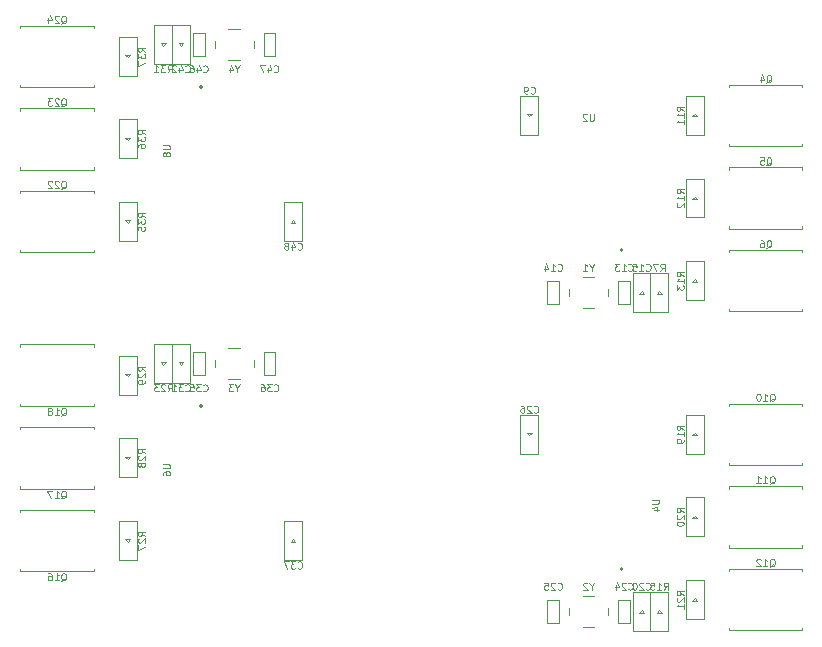
<source format=gbo>
G04 #@! TF.GenerationSoftware,KiCad,Pcbnew,(5.1.10-1-10_14)*
G04 #@! TF.CreationDate,2021-08-08T19:50:54+09:00*
G04 #@! TF.ProjectId,BldcDriver,426c6463-4472-4697-9665-722e6b696361,V4.0*
G04 #@! TF.SameCoordinates,Original*
G04 #@! TF.FileFunction,Legend,Bot*
G04 #@! TF.FilePolarity,Positive*
%FSLAX46Y46*%
G04 Gerber Fmt 4.6, Leading zero omitted, Abs format (unit mm)*
G04 Created by KiCad (PCBNEW (5.1.10-1-10_14)) date 2021-08-08 19:50:54*
%MOMM*%
%LPD*%
G01*
G04 APERTURE LIST*
%ADD10C,0.120000*%
%ADD11C,0.200000*%
%ADD12C,0.100000*%
G04 APERTURE END LIST*
D10*
X-15500000Y25300000D02*
X-14500000Y25300000D01*
X-13350000Y24300000D02*
X-13350000Y23700000D01*
X-14500000Y22700000D02*
X-15500000Y22700000D01*
X-16650000Y23700000D02*
X-16650000Y24300000D01*
X-15500000Y-1700000D02*
X-14500000Y-1700000D01*
X-13350000Y-2700000D02*
X-13350000Y-3300000D01*
X-14500000Y-4300000D02*
X-15500000Y-4300000D01*
X-16650000Y-3300000D02*
X-16650000Y-2700000D01*
X15500000Y-25300000D02*
X14500000Y-25300000D01*
X13350000Y-24300000D02*
X13350000Y-23700000D01*
X14500000Y-22700000D02*
X15500000Y-22700000D01*
X16650000Y-23700000D02*
X16650000Y-24300000D01*
D11*
X-17700000Y20400000D02*
G75*
G03*
X-17700000Y20400000I-100000J0D01*
G01*
X-17700000Y-6600000D02*
G75*
G03*
X-17700000Y-6600000I-100000J0D01*
G01*
X17900000Y-20400000D02*
G75*
G03*
X17900000Y-20400000I-100000J0D01*
G01*
D10*
X-24000000Y22900000D02*
X-23800000Y23100000D01*
X-24200000Y23100000D02*
X-24000000Y22900000D01*
X-23800000Y23100000D02*
X-24200000Y23100000D01*
X-24750000Y21350000D02*
X-24750000Y24650000D01*
X-23250000Y21350000D02*
X-23250000Y24650000D01*
X-23250000Y24650000D02*
X-24750000Y24650000D01*
X-23250000Y21350000D02*
X-24750000Y21350000D01*
X-24000000Y15900000D02*
X-23800000Y16100000D01*
X-24200000Y16100000D02*
X-24000000Y15900000D01*
X-23800000Y16100000D02*
X-24200000Y16100000D01*
X-24750000Y14350000D02*
X-24750000Y17650000D01*
X-23250000Y14350000D02*
X-23250000Y17650000D01*
X-23250000Y17650000D02*
X-24750000Y17650000D01*
X-23250000Y14350000D02*
X-24750000Y14350000D01*
X-24000000Y8900000D02*
X-23800000Y9100000D01*
X-24200000Y9100000D02*
X-24000000Y8900000D01*
X-23800000Y9100000D02*
X-24200000Y9100000D01*
X-24750000Y7350000D02*
X-24750000Y10650000D01*
X-23250000Y7350000D02*
X-23250000Y10650000D01*
X-23250000Y10650000D02*
X-24750000Y10650000D01*
X-23250000Y7350000D02*
X-24750000Y7350000D01*
X-21000000Y23900000D02*
X-20800000Y24100000D01*
X-21200000Y24100000D02*
X-21000000Y23900000D01*
X-20800000Y24100000D02*
X-21200000Y24100000D01*
X-21750000Y22350000D02*
X-21750000Y25650000D01*
X-20250000Y22350000D02*
X-20250000Y25650000D01*
X-20250000Y25650000D02*
X-21750000Y25650000D01*
X-20250000Y22350000D02*
X-21750000Y22350000D01*
X-24000000Y-4100000D02*
X-23800000Y-3900000D01*
X-24200000Y-3900000D02*
X-24000000Y-4100000D01*
X-23800000Y-3900000D02*
X-24200000Y-3900000D01*
X-24750000Y-5650000D02*
X-24750000Y-2350000D01*
X-23250000Y-5650000D02*
X-23250000Y-2350000D01*
X-23250000Y-2350000D02*
X-24750000Y-2350000D01*
X-23250000Y-5650000D02*
X-24750000Y-5650000D01*
X-24000000Y-11100000D02*
X-23800000Y-10900000D01*
X-24200000Y-10900000D02*
X-24000000Y-11100000D01*
X-23800000Y-10900000D02*
X-24200000Y-10900000D01*
X-24750000Y-12650000D02*
X-24750000Y-9350000D01*
X-23250000Y-12650000D02*
X-23250000Y-9350000D01*
X-23250000Y-9350000D02*
X-24750000Y-9350000D01*
X-23250000Y-12650000D02*
X-24750000Y-12650000D01*
X-24000000Y-18100000D02*
X-23800000Y-17900000D01*
X-24200000Y-17900000D02*
X-24000000Y-18100000D01*
X-23800000Y-17900000D02*
X-24200000Y-17900000D01*
X-24750000Y-19650000D02*
X-24750000Y-16350000D01*
X-23250000Y-19650000D02*
X-23250000Y-16350000D01*
X-23250000Y-16350000D02*
X-24750000Y-16350000D01*
X-23250000Y-19650000D02*
X-24750000Y-19650000D01*
X-21000000Y-3100000D02*
X-20800000Y-2900000D01*
X-21200000Y-2900000D02*
X-21000000Y-3100000D01*
X-20800000Y-2900000D02*
X-21200000Y-2900000D01*
X-21750000Y-4650000D02*
X-21750000Y-1350000D01*
X-20250000Y-4650000D02*
X-20250000Y-1350000D01*
X-20250000Y-1350000D02*
X-21750000Y-1350000D01*
X-20250000Y-4650000D02*
X-21750000Y-4650000D01*
X24000000Y-22900000D02*
X23800000Y-23100000D01*
X24200000Y-23100000D02*
X24000000Y-22900000D01*
X23800000Y-23100000D02*
X24200000Y-23100000D01*
X24750000Y-21350000D02*
X24750000Y-24650000D01*
X23250000Y-21350000D02*
X23250000Y-24650000D01*
X23250000Y-24650000D02*
X24750000Y-24650000D01*
X23250000Y-21350000D02*
X24750000Y-21350000D01*
X24000000Y-15900000D02*
X23800000Y-16100000D01*
X24200000Y-16100000D02*
X24000000Y-15900000D01*
X23800000Y-16100000D02*
X24200000Y-16100000D01*
X24750000Y-14350000D02*
X24750000Y-17650000D01*
X23250000Y-14350000D02*
X23250000Y-17650000D01*
X23250000Y-17650000D02*
X24750000Y-17650000D01*
X23250000Y-14350000D02*
X24750000Y-14350000D01*
X24000000Y-8900000D02*
X23800000Y-9100000D01*
X24200000Y-9100000D02*
X24000000Y-8900000D01*
X23800000Y-9100000D02*
X24200000Y-9100000D01*
X24750000Y-7350000D02*
X24750000Y-10650000D01*
X23250000Y-7350000D02*
X23250000Y-10650000D01*
X23250000Y-10650000D02*
X24750000Y-10650000D01*
X23250000Y-7350000D02*
X24750000Y-7350000D01*
X21000000Y-23900000D02*
X20800000Y-24100000D01*
X21200000Y-24100000D02*
X21000000Y-23900000D01*
X20800000Y-24100000D02*
X21200000Y-24100000D01*
X21750000Y-22350000D02*
X21750000Y-25650000D01*
X20250000Y-22350000D02*
X20250000Y-25650000D01*
X20250000Y-25650000D02*
X21750000Y-25650000D01*
X20250000Y-22350000D02*
X21750000Y-22350000D01*
X-33100000Y25600000D02*
X-26900000Y25600000D01*
X-33100000Y20400000D02*
X-26900000Y20400000D01*
X-26900000Y25600000D02*
X-26900000Y25400000D01*
X-33100000Y25600000D02*
X-33100000Y25400000D01*
X-26900000Y20400000D02*
X-26900000Y20600000D01*
X-33100000Y20400000D02*
X-33100000Y20600000D01*
X-33100000Y18600000D02*
X-26900000Y18600000D01*
X-33100000Y13400000D02*
X-26900000Y13400000D01*
X-26900000Y18600000D02*
X-26900000Y18400000D01*
X-33100000Y18600000D02*
X-33100000Y18400000D01*
X-26900000Y13400000D02*
X-26900000Y13600000D01*
X-33100000Y13400000D02*
X-33100000Y13600000D01*
X-33100000Y11600000D02*
X-26900000Y11600000D01*
X-33100000Y6400000D02*
X-26900000Y6400000D01*
X-26900000Y11600000D02*
X-26900000Y11400000D01*
X-33100000Y11600000D02*
X-33100000Y11400000D01*
X-26900000Y6400000D02*
X-26900000Y6600000D01*
X-33100000Y6400000D02*
X-33100000Y6600000D01*
X-33100000Y-1400000D02*
X-26900000Y-1400000D01*
X-33100000Y-6600000D02*
X-26900000Y-6600000D01*
X-26900000Y-1400000D02*
X-26900000Y-1600000D01*
X-33100000Y-1400000D02*
X-33100000Y-1600000D01*
X-26900000Y-6600000D02*
X-26900000Y-6400000D01*
X-33100000Y-6600000D02*
X-33100000Y-6400000D01*
X-33100000Y-8400000D02*
X-26900000Y-8400000D01*
X-33100000Y-13600000D02*
X-26900000Y-13600000D01*
X-26900000Y-8400000D02*
X-26900000Y-8600000D01*
X-33100000Y-8400000D02*
X-33100000Y-8600000D01*
X-26900000Y-13600000D02*
X-26900000Y-13400000D01*
X-33100000Y-13600000D02*
X-33100000Y-13400000D01*
X-33100000Y-15400000D02*
X-26900000Y-15400000D01*
X-33100000Y-20600000D02*
X-26900000Y-20600000D01*
X-26900000Y-15400000D02*
X-26900000Y-15600000D01*
X-33100000Y-15400000D02*
X-33100000Y-15600000D01*
X-26900000Y-20600000D02*
X-26900000Y-20400000D01*
X-33100000Y-20600000D02*
X-33100000Y-20400000D01*
X33100000Y-25600000D02*
X26900000Y-25600000D01*
X33100000Y-20400000D02*
X26900000Y-20400000D01*
X26900000Y-25600000D02*
X26900000Y-25400000D01*
X33100000Y-25600000D02*
X33100000Y-25400000D01*
X26900000Y-20400000D02*
X26900000Y-20600000D01*
X33100000Y-20400000D02*
X33100000Y-20600000D01*
X33100000Y-18600000D02*
X26900000Y-18600000D01*
X33100000Y-13400000D02*
X26900000Y-13400000D01*
X26900000Y-18600000D02*
X26900000Y-18400000D01*
X33100000Y-18600000D02*
X33100000Y-18400000D01*
X26900000Y-13400000D02*
X26900000Y-13600000D01*
X33100000Y-13400000D02*
X33100000Y-13600000D01*
X33100000Y-11600000D02*
X26900000Y-11600000D01*
X33100000Y-6400000D02*
X26900000Y-6400000D01*
X26900000Y-11600000D02*
X26900000Y-11400000D01*
X33100000Y-11600000D02*
X33100000Y-11400000D01*
X26900000Y-6400000D02*
X26900000Y-6600000D01*
X33100000Y-6400000D02*
X33100000Y-6600000D01*
X-10000000Y9100000D02*
X-10200000Y8900000D01*
X-9800000Y8900000D02*
X-10000000Y9100000D01*
X-10200000Y8900000D02*
X-9800000Y8900000D01*
X-9250000Y10650000D02*
X-9250000Y7350000D01*
X-10750000Y10650000D02*
X-10750000Y7350000D01*
X-10750000Y7350000D02*
X-9250000Y7350000D01*
X-10750000Y10650000D02*
X-9250000Y10650000D01*
X-12500000Y25000000D02*
X-11500000Y25000000D01*
X-12500000Y23000000D02*
X-11500000Y23000000D01*
X-12500000Y23000000D02*
X-12500000Y25000000D01*
X-11500000Y23000000D02*
X-11500000Y25000000D01*
X-18500000Y25000000D02*
X-17500000Y25000000D01*
X-18500000Y23000000D02*
X-17500000Y23000000D01*
X-18500000Y23000000D02*
X-18500000Y25000000D01*
X-17500000Y23000000D02*
X-17500000Y25000000D01*
X-19500000Y23900000D02*
X-19300000Y24100000D01*
X-19700000Y24100000D02*
X-19500000Y23900000D01*
X-19300000Y24100000D02*
X-19700000Y24100000D01*
X-20250000Y22350000D02*
X-20250000Y25650000D01*
X-18750000Y22350000D02*
X-18750000Y25650000D01*
X-18750000Y25650000D02*
X-20250000Y25650000D01*
X-18750000Y22350000D02*
X-20250000Y22350000D01*
X-10000000Y-17900000D02*
X-10200000Y-18100000D01*
X-9800000Y-18100000D02*
X-10000000Y-17900000D01*
X-10200000Y-18100000D02*
X-9800000Y-18100000D01*
X-9250000Y-16350000D02*
X-9250000Y-19650000D01*
X-10750000Y-16350000D02*
X-10750000Y-19650000D01*
X-10750000Y-19650000D02*
X-9250000Y-19650000D01*
X-10750000Y-16350000D02*
X-9250000Y-16350000D01*
X-12500000Y-2000000D02*
X-11500000Y-2000000D01*
X-12500000Y-4000000D02*
X-11500000Y-4000000D01*
X-12500000Y-4000000D02*
X-12500000Y-2000000D01*
X-11500000Y-4000000D02*
X-11500000Y-2000000D01*
X-18500000Y-2000000D02*
X-17500000Y-2000000D01*
X-18500000Y-4000000D02*
X-17500000Y-4000000D01*
X-18500000Y-4000000D02*
X-18500000Y-2000000D01*
X-17500000Y-4000000D02*
X-17500000Y-2000000D01*
X-19500000Y-3100000D02*
X-19300000Y-2900000D01*
X-19700000Y-2900000D02*
X-19500000Y-3100000D01*
X-19300000Y-2900000D02*
X-19700000Y-2900000D01*
X-20250000Y-4650000D02*
X-20250000Y-1350000D01*
X-18750000Y-4650000D02*
X-18750000Y-1350000D01*
X-18750000Y-1350000D02*
X-20250000Y-1350000D01*
X-18750000Y-4650000D02*
X-20250000Y-4650000D01*
X10000000Y-9100000D02*
X10200000Y-8900000D01*
X9800000Y-8900000D02*
X10000000Y-9100000D01*
X10200000Y-8900000D02*
X9800000Y-8900000D01*
X9250000Y-10650000D02*
X9250000Y-7350000D01*
X10750000Y-10650000D02*
X10750000Y-7350000D01*
X10750000Y-7350000D02*
X9250000Y-7350000D01*
X10750000Y-10650000D02*
X9250000Y-10650000D01*
X12500000Y-25000000D02*
X11500000Y-25000000D01*
X12500000Y-23000000D02*
X11500000Y-23000000D01*
X12500000Y-23000000D02*
X12500000Y-25000000D01*
X11500000Y-23000000D02*
X11500000Y-25000000D01*
X18500000Y-25000000D02*
X17500000Y-25000000D01*
X18500000Y-23000000D02*
X17500000Y-23000000D01*
X18500000Y-23000000D02*
X18500000Y-25000000D01*
X17500000Y-23000000D02*
X17500000Y-25000000D01*
X19500000Y-23900000D02*
X19300000Y-24100000D01*
X19700000Y-24100000D02*
X19500000Y-23900000D01*
X19300000Y-24100000D02*
X19700000Y-24100000D01*
X20250000Y-22350000D02*
X20250000Y-25650000D01*
X18750000Y-22350000D02*
X18750000Y-25650000D01*
X18750000Y-25650000D02*
X20250000Y-25650000D01*
X18750000Y-22350000D02*
X20250000Y-22350000D01*
X10000000Y17900000D02*
X10200000Y18100000D01*
X9800000Y18100000D02*
X10000000Y17900000D01*
X10200000Y18100000D02*
X9800000Y18100000D01*
X9250000Y16350000D02*
X9250000Y19650000D01*
X10750000Y16350000D02*
X10750000Y19650000D01*
X10750000Y19650000D02*
X9250000Y19650000D01*
X10750000Y16350000D02*
X9250000Y16350000D01*
X15500000Y1700000D02*
X14500000Y1700000D01*
X13350000Y2700000D02*
X13350000Y3300000D01*
X14500000Y4300000D02*
X15500000Y4300000D01*
X16650000Y3300000D02*
X16650000Y2700000D01*
D11*
X17900000Y6600000D02*
G75*
G03*
X17900000Y6600000I-100000J0D01*
G01*
D10*
X24000000Y4100000D02*
X23800000Y3900000D01*
X24200000Y3900000D02*
X24000000Y4100000D01*
X23800000Y3900000D02*
X24200000Y3900000D01*
X24750000Y5650000D02*
X24750000Y2350000D01*
X23250000Y5650000D02*
X23250000Y2350000D01*
X23250000Y2350000D02*
X24750000Y2350000D01*
X23250000Y5650000D02*
X24750000Y5650000D01*
X24000000Y11100000D02*
X23800000Y10900000D01*
X24200000Y10900000D02*
X24000000Y11100000D01*
X23800000Y10900000D02*
X24200000Y10900000D01*
X24750000Y12650000D02*
X24750000Y9350000D01*
X23250000Y12650000D02*
X23250000Y9350000D01*
X23250000Y9350000D02*
X24750000Y9350000D01*
X23250000Y12650000D02*
X24750000Y12650000D01*
X24000000Y18100000D02*
X23800000Y17900000D01*
X24200000Y17900000D02*
X24000000Y18100000D01*
X23800000Y17900000D02*
X24200000Y17900000D01*
X24750000Y19650000D02*
X24750000Y16350000D01*
X23250000Y19650000D02*
X23250000Y16350000D01*
X23250000Y16350000D02*
X24750000Y16350000D01*
X23250000Y19650000D02*
X24750000Y19650000D01*
X21000000Y3100000D02*
X20800000Y2900000D01*
X21200000Y2900000D02*
X21000000Y3100000D01*
X20800000Y2900000D02*
X21200000Y2900000D01*
X21750000Y4650000D02*
X21750000Y1350000D01*
X20250000Y4650000D02*
X20250000Y1350000D01*
X20250000Y1350000D02*
X21750000Y1350000D01*
X20250000Y4650000D02*
X21750000Y4650000D01*
X33100000Y1400000D02*
X26900000Y1400000D01*
X33100000Y6600000D02*
X26900000Y6600000D01*
X26900000Y1400000D02*
X26900000Y1600000D01*
X33100000Y1400000D02*
X33100000Y1600000D01*
X26900000Y6600000D02*
X26900000Y6400000D01*
X33100000Y6600000D02*
X33100000Y6400000D01*
X33100000Y8400000D02*
X26900000Y8400000D01*
X33100000Y13600000D02*
X26900000Y13600000D01*
X26900000Y8400000D02*
X26900000Y8600000D01*
X33100000Y8400000D02*
X33100000Y8600000D01*
X26900000Y13600000D02*
X26900000Y13400000D01*
X33100000Y13600000D02*
X33100000Y13400000D01*
X33100000Y15400000D02*
X26900000Y15400000D01*
X33100000Y20600000D02*
X26900000Y20600000D01*
X26900000Y15400000D02*
X26900000Y15600000D01*
X33100000Y15400000D02*
X33100000Y15600000D01*
X26900000Y20600000D02*
X26900000Y20400000D01*
X33100000Y20600000D02*
X33100000Y20400000D01*
X19500000Y3100000D02*
X19300000Y2900000D01*
X19700000Y2900000D02*
X19500000Y3100000D01*
X19300000Y2900000D02*
X19700000Y2900000D01*
X20250000Y4650000D02*
X20250000Y1350000D01*
X18750000Y4650000D02*
X18750000Y1350000D01*
X18750000Y1350000D02*
X20250000Y1350000D01*
X18750000Y4650000D02*
X20250000Y4650000D01*
X12500000Y2000000D02*
X11500000Y2000000D01*
X12500000Y4000000D02*
X11500000Y4000000D01*
X12500000Y4000000D02*
X12500000Y2000000D01*
X11500000Y4000000D02*
X11500000Y2000000D01*
X18500000Y2000000D02*
X17500000Y2000000D01*
X18500000Y4000000D02*
X17500000Y4000000D01*
X18500000Y4000000D02*
X18500000Y2000000D01*
X17500000Y4000000D02*
X17500000Y2000000D01*
D12*
X-14714285Y21914285D02*
X-14714285Y21628571D01*
X-14514285Y22228571D02*
X-14714285Y21914285D01*
X-14914285Y22228571D01*
X-15371428Y22028571D02*
X-15371428Y21628571D01*
X-15228571Y22257142D02*
X-15085714Y21828571D01*
X-15457142Y21828571D01*
X-14714285Y-5085714D02*
X-14714285Y-5371428D01*
X-14514285Y-4771428D02*
X-14714285Y-5085714D01*
X-14914285Y-4771428D01*
X-15057142Y-4771428D02*
X-15428571Y-4771428D01*
X-15228571Y-5000000D01*
X-15314285Y-5000000D01*
X-15371428Y-5028571D01*
X-15400000Y-5057142D01*
X-15428571Y-5114285D01*
X-15428571Y-5257142D01*
X-15400000Y-5314285D01*
X-15371428Y-5342857D01*
X-15314285Y-5371428D01*
X-15142857Y-5371428D01*
X-15085714Y-5342857D01*
X-15057142Y-5314285D01*
X15285714Y-21885714D02*
X15285714Y-22171428D01*
X15485714Y-21571428D02*
X15285714Y-21885714D01*
X15085714Y-21571428D01*
X14914285Y-21628571D02*
X14885714Y-21600000D01*
X14828571Y-21571428D01*
X14685714Y-21571428D01*
X14628571Y-21600000D01*
X14600000Y-21628571D01*
X14571428Y-21685714D01*
X14571428Y-21742857D01*
X14600000Y-21828571D01*
X14942857Y-22171428D01*
X14571428Y-22171428D01*
X-21028571Y15457142D02*
X-20542857Y15457142D01*
X-20485714Y15428571D01*
X-20457142Y15400000D01*
X-20428571Y15342857D01*
X-20428571Y15228571D01*
X-20457142Y15171428D01*
X-20485714Y15142857D01*
X-20542857Y15114285D01*
X-21028571Y15114285D01*
X-20771428Y14742857D02*
X-20800000Y14800000D01*
X-20828571Y14828571D01*
X-20885714Y14857142D01*
X-20914285Y14857142D01*
X-20971428Y14828571D01*
X-21000000Y14800000D01*
X-21028571Y14742857D01*
X-21028571Y14628571D01*
X-21000000Y14571428D01*
X-20971428Y14542857D01*
X-20914285Y14514285D01*
X-20885714Y14514285D01*
X-20828571Y14542857D01*
X-20800000Y14571428D01*
X-20771428Y14628571D01*
X-20771428Y14742857D01*
X-20742857Y14800000D01*
X-20714285Y14828571D01*
X-20657142Y14857142D01*
X-20542857Y14857142D01*
X-20485714Y14828571D01*
X-20457142Y14800000D01*
X-20428571Y14742857D01*
X-20428571Y14628571D01*
X-20457142Y14571428D01*
X-20485714Y14542857D01*
X-20542857Y14514285D01*
X-20657142Y14514285D01*
X-20714285Y14542857D01*
X-20742857Y14571428D01*
X-20771428Y14628571D01*
X-21028571Y-11542857D02*
X-20542857Y-11542857D01*
X-20485714Y-11571428D01*
X-20457142Y-11600000D01*
X-20428571Y-11657142D01*
X-20428571Y-11771428D01*
X-20457142Y-11828571D01*
X-20485714Y-11857142D01*
X-20542857Y-11885714D01*
X-21028571Y-11885714D01*
X-21028571Y-12428571D02*
X-21028571Y-12314285D01*
X-21000000Y-12257142D01*
X-20971428Y-12228571D01*
X-20885714Y-12171428D01*
X-20771428Y-12142857D01*
X-20542857Y-12142857D01*
X-20485714Y-12171428D01*
X-20457142Y-12200000D01*
X-20428571Y-12257142D01*
X-20428571Y-12371428D01*
X-20457142Y-12428571D01*
X-20485714Y-12457142D01*
X-20542857Y-12485714D01*
X-20685714Y-12485714D01*
X-20742857Y-12457142D01*
X-20771428Y-12428571D01*
X-20800000Y-12371428D01*
X-20800000Y-12257142D01*
X-20771428Y-12200000D01*
X-20742857Y-12171428D01*
X-20685714Y-12142857D01*
X20371428Y-14542857D02*
X20857142Y-14542857D01*
X20914285Y-14571428D01*
X20942857Y-14600000D01*
X20971428Y-14657142D01*
X20971428Y-14771428D01*
X20942857Y-14828571D01*
X20914285Y-14857142D01*
X20857142Y-14885714D01*
X20371428Y-14885714D01*
X20571428Y-15428571D02*
X20971428Y-15428571D01*
X20342857Y-15285714D02*
X20771428Y-15142857D01*
X20771428Y-15514285D01*
X-22528571Y23385714D02*
X-22814285Y23585714D01*
X-22528571Y23728571D02*
X-23128571Y23728571D01*
X-23128571Y23500000D01*
X-23100000Y23442857D01*
X-23071428Y23414285D01*
X-23014285Y23385714D01*
X-22928571Y23385714D01*
X-22871428Y23414285D01*
X-22842857Y23442857D01*
X-22814285Y23500000D01*
X-22814285Y23728571D01*
X-23128571Y23185714D02*
X-23128571Y22814285D01*
X-22900000Y23014285D01*
X-22900000Y22928571D01*
X-22871428Y22871428D01*
X-22842857Y22842857D01*
X-22785714Y22814285D01*
X-22642857Y22814285D01*
X-22585714Y22842857D01*
X-22557142Y22871428D01*
X-22528571Y22928571D01*
X-22528571Y23100000D01*
X-22557142Y23157142D01*
X-22585714Y23185714D01*
X-23128571Y22614285D02*
X-23128571Y22214285D01*
X-22528571Y22471428D01*
X-22528571Y16385714D02*
X-22814285Y16585714D01*
X-22528571Y16728571D02*
X-23128571Y16728571D01*
X-23128571Y16500000D01*
X-23100000Y16442857D01*
X-23071428Y16414285D01*
X-23014285Y16385714D01*
X-22928571Y16385714D01*
X-22871428Y16414285D01*
X-22842857Y16442857D01*
X-22814285Y16500000D01*
X-22814285Y16728571D01*
X-23128571Y16185714D02*
X-23128571Y15814285D01*
X-22900000Y16014285D01*
X-22900000Y15928571D01*
X-22871428Y15871428D01*
X-22842857Y15842857D01*
X-22785714Y15814285D01*
X-22642857Y15814285D01*
X-22585714Y15842857D01*
X-22557142Y15871428D01*
X-22528571Y15928571D01*
X-22528571Y16100000D01*
X-22557142Y16157142D01*
X-22585714Y16185714D01*
X-23128571Y15300000D02*
X-23128571Y15414285D01*
X-23100000Y15471428D01*
X-23071428Y15500000D01*
X-22985714Y15557142D01*
X-22871428Y15585714D01*
X-22642857Y15585714D01*
X-22585714Y15557142D01*
X-22557142Y15528571D01*
X-22528571Y15471428D01*
X-22528571Y15357142D01*
X-22557142Y15300000D01*
X-22585714Y15271428D01*
X-22642857Y15242857D01*
X-22785714Y15242857D01*
X-22842857Y15271428D01*
X-22871428Y15300000D01*
X-22900000Y15357142D01*
X-22900000Y15471428D01*
X-22871428Y15528571D01*
X-22842857Y15557142D01*
X-22785714Y15585714D01*
X-22528571Y9385714D02*
X-22814285Y9585714D01*
X-22528571Y9728571D02*
X-23128571Y9728571D01*
X-23128571Y9500000D01*
X-23100000Y9442857D01*
X-23071428Y9414285D01*
X-23014285Y9385714D01*
X-22928571Y9385714D01*
X-22871428Y9414285D01*
X-22842857Y9442857D01*
X-22814285Y9500000D01*
X-22814285Y9728571D01*
X-23128571Y9185714D02*
X-23128571Y8814285D01*
X-22900000Y9014285D01*
X-22900000Y8928571D01*
X-22871428Y8871428D01*
X-22842857Y8842857D01*
X-22785714Y8814285D01*
X-22642857Y8814285D01*
X-22585714Y8842857D01*
X-22557142Y8871428D01*
X-22528571Y8928571D01*
X-22528571Y9100000D01*
X-22557142Y9157142D01*
X-22585714Y9185714D01*
X-23128571Y8271428D02*
X-23128571Y8557142D01*
X-22842857Y8585714D01*
X-22871428Y8557142D01*
X-22900000Y8500000D01*
X-22900000Y8357142D01*
X-22871428Y8300000D01*
X-22842857Y8271428D01*
X-22785714Y8242857D01*
X-22642857Y8242857D01*
X-22585714Y8271428D01*
X-22557142Y8300000D01*
X-22528571Y8357142D01*
X-22528571Y8500000D01*
X-22557142Y8557142D01*
X-22585714Y8585714D01*
X-20614285Y21628571D02*
X-20414285Y21914285D01*
X-20271428Y21628571D02*
X-20271428Y22228571D01*
X-20500000Y22228571D01*
X-20557142Y22200000D01*
X-20585714Y22171428D01*
X-20614285Y22114285D01*
X-20614285Y22028571D01*
X-20585714Y21971428D01*
X-20557142Y21942857D01*
X-20500000Y21914285D01*
X-20271428Y21914285D01*
X-20814285Y22228571D02*
X-21185714Y22228571D01*
X-20985714Y22000000D01*
X-21071428Y22000000D01*
X-21128571Y21971428D01*
X-21157142Y21942857D01*
X-21185714Y21885714D01*
X-21185714Y21742857D01*
X-21157142Y21685714D01*
X-21128571Y21657142D01*
X-21071428Y21628571D01*
X-20900000Y21628571D01*
X-20842857Y21657142D01*
X-20814285Y21685714D01*
X-21757142Y21628571D02*
X-21414285Y21628571D01*
X-21585714Y21628571D02*
X-21585714Y22228571D01*
X-21528571Y22142857D01*
X-21471428Y22085714D01*
X-21414285Y22057142D01*
X-22528571Y-3614285D02*
X-22814285Y-3414285D01*
X-22528571Y-3271428D02*
X-23128571Y-3271428D01*
X-23128571Y-3500000D01*
X-23100000Y-3557142D01*
X-23071428Y-3585714D01*
X-23014285Y-3614285D01*
X-22928571Y-3614285D01*
X-22871428Y-3585714D01*
X-22842857Y-3557142D01*
X-22814285Y-3500000D01*
X-22814285Y-3271428D01*
X-23071428Y-3842857D02*
X-23100000Y-3871428D01*
X-23128571Y-3928571D01*
X-23128571Y-4071428D01*
X-23100000Y-4128571D01*
X-23071428Y-4157142D01*
X-23014285Y-4185714D01*
X-22957142Y-4185714D01*
X-22871428Y-4157142D01*
X-22528571Y-3814285D01*
X-22528571Y-4185714D01*
X-22528571Y-4471428D02*
X-22528571Y-4585714D01*
X-22557142Y-4642857D01*
X-22585714Y-4671428D01*
X-22671428Y-4728571D01*
X-22785714Y-4757142D01*
X-23014285Y-4757142D01*
X-23071428Y-4728571D01*
X-23100000Y-4700000D01*
X-23128571Y-4642857D01*
X-23128571Y-4528571D01*
X-23100000Y-4471428D01*
X-23071428Y-4442857D01*
X-23014285Y-4414285D01*
X-22871428Y-4414285D01*
X-22814285Y-4442857D01*
X-22785714Y-4471428D01*
X-22757142Y-4528571D01*
X-22757142Y-4642857D01*
X-22785714Y-4700000D01*
X-22814285Y-4728571D01*
X-22871428Y-4757142D01*
X-22528571Y-10614285D02*
X-22814285Y-10414285D01*
X-22528571Y-10271428D02*
X-23128571Y-10271428D01*
X-23128571Y-10500000D01*
X-23100000Y-10557142D01*
X-23071428Y-10585714D01*
X-23014285Y-10614285D01*
X-22928571Y-10614285D01*
X-22871428Y-10585714D01*
X-22842857Y-10557142D01*
X-22814285Y-10500000D01*
X-22814285Y-10271428D01*
X-23071428Y-10842857D02*
X-23100000Y-10871428D01*
X-23128571Y-10928571D01*
X-23128571Y-11071428D01*
X-23100000Y-11128571D01*
X-23071428Y-11157142D01*
X-23014285Y-11185714D01*
X-22957142Y-11185714D01*
X-22871428Y-11157142D01*
X-22528571Y-10814285D01*
X-22528571Y-11185714D01*
X-22871428Y-11528571D02*
X-22900000Y-11471428D01*
X-22928571Y-11442857D01*
X-22985714Y-11414285D01*
X-23014285Y-11414285D01*
X-23071428Y-11442857D01*
X-23100000Y-11471428D01*
X-23128571Y-11528571D01*
X-23128571Y-11642857D01*
X-23100000Y-11700000D01*
X-23071428Y-11728571D01*
X-23014285Y-11757142D01*
X-22985714Y-11757142D01*
X-22928571Y-11728571D01*
X-22900000Y-11700000D01*
X-22871428Y-11642857D01*
X-22871428Y-11528571D01*
X-22842857Y-11471428D01*
X-22814285Y-11442857D01*
X-22757142Y-11414285D01*
X-22642857Y-11414285D01*
X-22585714Y-11442857D01*
X-22557142Y-11471428D01*
X-22528571Y-11528571D01*
X-22528571Y-11642857D01*
X-22557142Y-11700000D01*
X-22585714Y-11728571D01*
X-22642857Y-11757142D01*
X-22757142Y-11757142D01*
X-22814285Y-11728571D01*
X-22842857Y-11700000D01*
X-22871428Y-11642857D01*
X-22528571Y-17614285D02*
X-22814285Y-17414285D01*
X-22528571Y-17271428D02*
X-23128571Y-17271428D01*
X-23128571Y-17500000D01*
X-23100000Y-17557142D01*
X-23071428Y-17585714D01*
X-23014285Y-17614285D01*
X-22928571Y-17614285D01*
X-22871428Y-17585714D01*
X-22842857Y-17557142D01*
X-22814285Y-17500000D01*
X-22814285Y-17271428D01*
X-23071428Y-17842857D02*
X-23100000Y-17871428D01*
X-23128571Y-17928571D01*
X-23128571Y-18071428D01*
X-23100000Y-18128571D01*
X-23071428Y-18157142D01*
X-23014285Y-18185714D01*
X-22957142Y-18185714D01*
X-22871428Y-18157142D01*
X-22528571Y-17814285D01*
X-22528571Y-18185714D01*
X-23128571Y-18385714D02*
X-23128571Y-18785714D01*
X-22528571Y-18528571D01*
X-20614285Y-5371428D02*
X-20414285Y-5085714D01*
X-20271428Y-5371428D02*
X-20271428Y-4771428D01*
X-20500000Y-4771428D01*
X-20557142Y-4800000D01*
X-20585714Y-4828571D01*
X-20614285Y-4885714D01*
X-20614285Y-4971428D01*
X-20585714Y-5028571D01*
X-20557142Y-5057142D01*
X-20500000Y-5085714D01*
X-20271428Y-5085714D01*
X-20842857Y-4828571D02*
X-20871428Y-4800000D01*
X-20928571Y-4771428D01*
X-21071428Y-4771428D01*
X-21128571Y-4800000D01*
X-21157142Y-4828571D01*
X-21185714Y-4885714D01*
X-21185714Y-4942857D01*
X-21157142Y-5028571D01*
X-20814285Y-5371428D01*
X-21185714Y-5371428D01*
X-21385714Y-4771428D02*
X-21757142Y-4771428D01*
X-21557142Y-5000000D01*
X-21642857Y-5000000D01*
X-21700000Y-5028571D01*
X-21728571Y-5057142D01*
X-21757142Y-5114285D01*
X-21757142Y-5257142D01*
X-21728571Y-5314285D01*
X-21700000Y-5342857D01*
X-21642857Y-5371428D01*
X-21471428Y-5371428D01*
X-21414285Y-5342857D01*
X-21385714Y-5314285D01*
X23071428Y-22614285D02*
X22785714Y-22414285D01*
X23071428Y-22271428D02*
X22471428Y-22271428D01*
X22471428Y-22500000D01*
X22500000Y-22557142D01*
X22528571Y-22585714D01*
X22585714Y-22614285D01*
X22671428Y-22614285D01*
X22728571Y-22585714D01*
X22757142Y-22557142D01*
X22785714Y-22500000D01*
X22785714Y-22271428D01*
X22528571Y-22842857D02*
X22500000Y-22871428D01*
X22471428Y-22928571D01*
X22471428Y-23071428D01*
X22500000Y-23128571D01*
X22528571Y-23157142D01*
X22585714Y-23185714D01*
X22642857Y-23185714D01*
X22728571Y-23157142D01*
X23071428Y-22814285D01*
X23071428Y-23185714D01*
X23071428Y-23757142D02*
X23071428Y-23414285D01*
X23071428Y-23585714D02*
X22471428Y-23585714D01*
X22557142Y-23528571D01*
X22614285Y-23471428D01*
X22642857Y-23414285D01*
X23071428Y-15614285D02*
X22785714Y-15414285D01*
X23071428Y-15271428D02*
X22471428Y-15271428D01*
X22471428Y-15500000D01*
X22500000Y-15557142D01*
X22528571Y-15585714D01*
X22585714Y-15614285D01*
X22671428Y-15614285D01*
X22728571Y-15585714D01*
X22757142Y-15557142D01*
X22785714Y-15500000D01*
X22785714Y-15271428D01*
X22528571Y-15842857D02*
X22500000Y-15871428D01*
X22471428Y-15928571D01*
X22471428Y-16071428D01*
X22500000Y-16128571D01*
X22528571Y-16157142D01*
X22585714Y-16185714D01*
X22642857Y-16185714D01*
X22728571Y-16157142D01*
X23071428Y-15814285D01*
X23071428Y-16185714D01*
X22471428Y-16557142D02*
X22471428Y-16614285D01*
X22500000Y-16671428D01*
X22528571Y-16700000D01*
X22585714Y-16728571D01*
X22700000Y-16757142D01*
X22842857Y-16757142D01*
X22957142Y-16728571D01*
X23014285Y-16700000D01*
X23042857Y-16671428D01*
X23071428Y-16614285D01*
X23071428Y-16557142D01*
X23042857Y-16500000D01*
X23014285Y-16471428D01*
X22957142Y-16442857D01*
X22842857Y-16414285D01*
X22700000Y-16414285D01*
X22585714Y-16442857D01*
X22528571Y-16471428D01*
X22500000Y-16500000D01*
X22471428Y-16557142D01*
X23071428Y-8614285D02*
X22785714Y-8414285D01*
X23071428Y-8271428D02*
X22471428Y-8271428D01*
X22471428Y-8500000D01*
X22500000Y-8557142D01*
X22528571Y-8585714D01*
X22585714Y-8614285D01*
X22671428Y-8614285D01*
X22728571Y-8585714D01*
X22757142Y-8557142D01*
X22785714Y-8500000D01*
X22785714Y-8271428D01*
X23071428Y-9185714D02*
X23071428Y-8842857D01*
X23071428Y-9014285D02*
X22471428Y-9014285D01*
X22557142Y-8957142D01*
X22614285Y-8900000D01*
X22642857Y-8842857D01*
X23071428Y-9471428D02*
X23071428Y-9585714D01*
X23042857Y-9642857D01*
X23014285Y-9671428D01*
X22928571Y-9728571D01*
X22814285Y-9757142D01*
X22585714Y-9757142D01*
X22528571Y-9728571D01*
X22500000Y-9700000D01*
X22471428Y-9642857D01*
X22471428Y-9528571D01*
X22500000Y-9471428D01*
X22528571Y-9442857D01*
X22585714Y-9414285D01*
X22728571Y-9414285D01*
X22785714Y-9442857D01*
X22814285Y-9471428D01*
X22842857Y-9528571D01*
X22842857Y-9642857D01*
X22814285Y-9700000D01*
X22785714Y-9728571D01*
X22728571Y-9757142D01*
X21385714Y-22171428D02*
X21585714Y-21885714D01*
X21728571Y-22171428D02*
X21728571Y-21571428D01*
X21500000Y-21571428D01*
X21442857Y-21600000D01*
X21414285Y-21628571D01*
X21385714Y-21685714D01*
X21385714Y-21771428D01*
X21414285Y-21828571D01*
X21442857Y-21857142D01*
X21500000Y-21885714D01*
X21728571Y-21885714D01*
X20814285Y-22171428D02*
X21157142Y-22171428D01*
X20985714Y-22171428D02*
X20985714Y-21571428D01*
X21042857Y-21657142D01*
X21100000Y-21714285D01*
X21157142Y-21742857D01*
X20271428Y-21571428D02*
X20557142Y-21571428D01*
X20585714Y-21857142D01*
X20557142Y-21828571D01*
X20500000Y-21800000D01*
X20357142Y-21800000D01*
X20300000Y-21828571D01*
X20271428Y-21857142D01*
X20242857Y-21914285D01*
X20242857Y-22057142D01*
X20271428Y-22114285D01*
X20300000Y-22142857D01*
X20357142Y-22171428D01*
X20500000Y-22171428D01*
X20557142Y-22142857D01*
X20585714Y-22114285D01*
X-29657142Y25771428D02*
X-29600000Y25800000D01*
X-29542857Y25857142D01*
X-29457142Y25942857D01*
X-29400000Y25971428D01*
X-29342857Y25971428D01*
X-29371428Y25828571D02*
X-29314285Y25857142D01*
X-29257142Y25914285D01*
X-29228571Y26028571D01*
X-29228571Y26228571D01*
X-29257142Y26342857D01*
X-29314285Y26400000D01*
X-29371428Y26428571D01*
X-29485714Y26428571D01*
X-29542857Y26400000D01*
X-29600000Y26342857D01*
X-29628571Y26228571D01*
X-29628571Y26028571D01*
X-29600000Y25914285D01*
X-29542857Y25857142D01*
X-29485714Y25828571D01*
X-29371428Y25828571D01*
X-29857142Y26371428D02*
X-29885714Y26400000D01*
X-29942857Y26428571D01*
X-30085714Y26428571D01*
X-30142857Y26400000D01*
X-30171428Y26371428D01*
X-30200000Y26314285D01*
X-30200000Y26257142D01*
X-30171428Y26171428D01*
X-29828571Y25828571D01*
X-30200000Y25828571D01*
X-30714285Y26228571D02*
X-30714285Y25828571D01*
X-30571428Y26457142D02*
X-30428571Y26028571D01*
X-30800000Y26028571D01*
X-29657142Y18771428D02*
X-29600000Y18800000D01*
X-29542857Y18857142D01*
X-29457142Y18942857D01*
X-29400000Y18971428D01*
X-29342857Y18971428D01*
X-29371428Y18828571D02*
X-29314285Y18857142D01*
X-29257142Y18914285D01*
X-29228571Y19028571D01*
X-29228571Y19228571D01*
X-29257142Y19342857D01*
X-29314285Y19400000D01*
X-29371428Y19428571D01*
X-29485714Y19428571D01*
X-29542857Y19400000D01*
X-29600000Y19342857D01*
X-29628571Y19228571D01*
X-29628571Y19028571D01*
X-29600000Y18914285D01*
X-29542857Y18857142D01*
X-29485714Y18828571D01*
X-29371428Y18828571D01*
X-29857142Y19371428D02*
X-29885714Y19400000D01*
X-29942857Y19428571D01*
X-30085714Y19428571D01*
X-30142857Y19400000D01*
X-30171428Y19371428D01*
X-30200000Y19314285D01*
X-30200000Y19257142D01*
X-30171428Y19171428D01*
X-29828571Y18828571D01*
X-30200000Y18828571D01*
X-30400000Y19428571D02*
X-30771428Y19428571D01*
X-30571428Y19200000D01*
X-30657142Y19200000D01*
X-30714285Y19171428D01*
X-30742857Y19142857D01*
X-30771428Y19085714D01*
X-30771428Y18942857D01*
X-30742857Y18885714D01*
X-30714285Y18857142D01*
X-30657142Y18828571D01*
X-30485714Y18828571D01*
X-30428571Y18857142D01*
X-30400000Y18885714D01*
X-29657142Y11771428D02*
X-29600000Y11800000D01*
X-29542857Y11857142D01*
X-29457142Y11942857D01*
X-29400000Y11971428D01*
X-29342857Y11971428D01*
X-29371428Y11828571D02*
X-29314285Y11857142D01*
X-29257142Y11914285D01*
X-29228571Y12028571D01*
X-29228571Y12228571D01*
X-29257142Y12342857D01*
X-29314285Y12400000D01*
X-29371428Y12428571D01*
X-29485714Y12428571D01*
X-29542857Y12400000D01*
X-29600000Y12342857D01*
X-29628571Y12228571D01*
X-29628571Y12028571D01*
X-29600000Y11914285D01*
X-29542857Y11857142D01*
X-29485714Y11828571D01*
X-29371428Y11828571D01*
X-29857142Y12371428D02*
X-29885714Y12400000D01*
X-29942857Y12428571D01*
X-30085714Y12428571D01*
X-30142857Y12400000D01*
X-30171428Y12371428D01*
X-30200000Y12314285D01*
X-30200000Y12257142D01*
X-30171428Y12171428D01*
X-29828571Y11828571D01*
X-30200000Y11828571D01*
X-30428571Y12371428D02*
X-30457142Y12400000D01*
X-30514285Y12428571D01*
X-30657142Y12428571D01*
X-30714285Y12400000D01*
X-30742857Y12371428D01*
X-30771428Y12314285D01*
X-30771428Y12257142D01*
X-30742857Y12171428D01*
X-30400000Y11828571D01*
X-30771428Y11828571D01*
X-29657142Y-7428571D02*
X-29600000Y-7400000D01*
X-29542857Y-7342857D01*
X-29457142Y-7257142D01*
X-29400000Y-7228571D01*
X-29342857Y-7228571D01*
X-29371428Y-7371428D02*
X-29314285Y-7342857D01*
X-29257142Y-7285714D01*
X-29228571Y-7171428D01*
X-29228571Y-6971428D01*
X-29257142Y-6857142D01*
X-29314285Y-6800000D01*
X-29371428Y-6771428D01*
X-29485714Y-6771428D01*
X-29542857Y-6800000D01*
X-29600000Y-6857142D01*
X-29628571Y-6971428D01*
X-29628571Y-7171428D01*
X-29600000Y-7285714D01*
X-29542857Y-7342857D01*
X-29485714Y-7371428D01*
X-29371428Y-7371428D01*
X-30200000Y-7371428D02*
X-29857142Y-7371428D01*
X-30028571Y-7371428D02*
X-30028571Y-6771428D01*
X-29971428Y-6857142D01*
X-29914285Y-6914285D01*
X-29857142Y-6942857D01*
X-30542857Y-7028571D02*
X-30485714Y-7000000D01*
X-30457142Y-6971428D01*
X-30428571Y-6914285D01*
X-30428571Y-6885714D01*
X-30457142Y-6828571D01*
X-30485714Y-6800000D01*
X-30542857Y-6771428D01*
X-30657142Y-6771428D01*
X-30714285Y-6800000D01*
X-30742857Y-6828571D01*
X-30771428Y-6885714D01*
X-30771428Y-6914285D01*
X-30742857Y-6971428D01*
X-30714285Y-7000000D01*
X-30657142Y-7028571D01*
X-30542857Y-7028571D01*
X-30485714Y-7057142D01*
X-30457142Y-7085714D01*
X-30428571Y-7142857D01*
X-30428571Y-7257142D01*
X-30457142Y-7314285D01*
X-30485714Y-7342857D01*
X-30542857Y-7371428D01*
X-30657142Y-7371428D01*
X-30714285Y-7342857D01*
X-30742857Y-7314285D01*
X-30771428Y-7257142D01*
X-30771428Y-7142857D01*
X-30742857Y-7085714D01*
X-30714285Y-7057142D01*
X-30657142Y-7028571D01*
X-29657142Y-14428571D02*
X-29600000Y-14400000D01*
X-29542857Y-14342857D01*
X-29457142Y-14257142D01*
X-29400000Y-14228571D01*
X-29342857Y-14228571D01*
X-29371428Y-14371428D02*
X-29314285Y-14342857D01*
X-29257142Y-14285714D01*
X-29228571Y-14171428D01*
X-29228571Y-13971428D01*
X-29257142Y-13857142D01*
X-29314285Y-13800000D01*
X-29371428Y-13771428D01*
X-29485714Y-13771428D01*
X-29542857Y-13800000D01*
X-29600000Y-13857142D01*
X-29628571Y-13971428D01*
X-29628571Y-14171428D01*
X-29600000Y-14285714D01*
X-29542857Y-14342857D01*
X-29485714Y-14371428D01*
X-29371428Y-14371428D01*
X-30200000Y-14371428D02*
X-29857142Y-14371428D01*
X-30028571Y-14371428D02*
X-30028571Y-13771428D01*
X-29971428Y-13857142D01*
X-29914285Y-13914285D01*
X-29857142Y-13942857D01*
X-30400000Y-13771428D02*
X-30800000Y-13771428D01*
X-30542857Y-14371428D01*
X-29657142Y-21428571D02*
X-29600000Y-21400000D01*
X-29542857Y-21342857D01*
X-29457142Y-21257142D01*
X-29400000Y-21228571D01*
X-29342857Y-21228571D01*
X-29371428Y-21371428D02*
X-29314285Y-21342857D01*
X-29257142Y-21285714D01*
X-29228571Y-21171428D01*
X-29228571Y-20971428D01*
X-29257142Y-20857142D01*
X-29314285Y-20800000D01*
X-29371428Y-20771428D01*
X-29485714Y-20771428D01*
X-29542857Y-20800000D01*
X-29600000Y-20857142D01*
X-29628571Y-20971428D01*
X-29628571Y-21171428D01*
X-29600000Y-21285714D01*
X-29542857Y-21342857D01*
X-29485714Y-21371428D01*
X-29371428Y-21371428D01*
X-30200000Y-21371428D02*
X-29857142Y-21371428D01*
X-30028571Y-21371428D02*
X-30028571Y-20771428D01*
X-29971428Y-20857142D01*
X-29914285Y-20914285D01*
X-29857142Y-20942857D01*
X-30714285Y-20771428D02*
X-30600000Y-20771428D01*
X-30542857Y-20800000D01*
X-30514285Y-20828571D01*
X-30457142Y-20914285D01*
X-30428571Y-21028571D01*
X-30428571Y-21257142D01*
X-30457142Y-21314285D01*
X-30485714Y-21342857D01*
X-30542857Y-21371428D01*
X-30657142Y-21371428D01*
X-30714285Y-21342857D01*
X-30742857Y-21314285D01*
X-30771428Y-21257142D01*
X-30771428Y-21114285D01*
X-30742857Y-21057142D01*
X-30714285Y-21028571D01*
X-30657142Y-21000000D01*
X-30542857Y-21000000D01*
X-30485714Y-21028571D01*
X-30457142Y-21057142D01*
X-30428571Y-21114285D01*
X30342857Y-20228571D02*
X30400000Y-20200000D01*
X30457142Y-20142857D01*
X30542857Y-20057142D01*
X30600000Y-20028571D01*
X30657142Y-20028571D01*
X30628571Y-20171428D02*
X30685714Y-20142857D01*
X30742857Y-20085714D01*
X30771428Y-19971428D01*
X30771428Y-19771428D01*
X30742857Y-19657142D01*
X30685714Y-19600000D01*
X30628571Y-19571428D01*
X30514285Y-19571428D01*
X30457142Y-19600000D01*
X30400000Y-19657142D01*
X30371428Y-19771428D01*
X30371428Y-19971428D01*
X30400000Y-20085714D01*
X30457142Y-20142857D01*
X30514285Y-20171428D01*
X30628571Y-20171428D01*
X29800000Y-20171428D02*
X30142857Y-20171428D01*
X29971428Y-20171428D02*
X29971428Y-19571428D01*
X30028571Y-19657142D01*
X30085714Y-19714285D01*
X30142857Y-19742857D01*
X29571428Y-19628571D02*
X29542857Y-19600000D01*
X29485714Y-19571428D01*
X29342857Y-19571428D01*
X29285714Y-19600000D01*
X29257142Y-19628571D01*
X29228571Y-19685714D01*
X29228571Y-19742857D01*
X29257142Y-19828571D01*
X29600000Y-20171428D01*
X29228571Y-20171428D01*
X30342857Y-13228571D02*
X30400000Y-13200000D01*
X30457142Y-13142857D01*
X30542857Y-13057142D01*
X30600000Y-13028571D01*
X30657142Y-13028571D01*
X30628571Y-13171428D02*
X30685714Y-13142857D01*
X30742857Y-13085714D01*
X30771428Y-12971428D01*
X30771428Y-12771428D01*
X30742857Y-12657142D01*
X30685714Y-12600000D01*
X30628571Y-12571428D01*
X30514285Y-12571428D01*
X30457142Y-12600000D01*
X30400000Y-12657142D01*
X30371428Y-12771428D01*
X30371428Y-12971428D01*
X30400000Y-13085714D01*
X30457142Y-13142857D01*
X30514285Y-13171428D01*
X30628571Y-13171428D01*
X29800000Y-13171428D02*
X30142857Y-13171428D01*
X29971428Y-13171428D02*
X29971428Y-12571428D01*
X30028571Y-12657142D01*
X30085714Y-12714285D01*
X30142857Y-12742857D01*
X29228571Y-13171428D02*
X29571428Y-13171428D01*
X29400000Y-13171428D02*
X29400000Y-12571428D01*
X29457142Y-12657142D01*
X29514285Y-12714285D01*
X29571428Y-12742857D01*
X30342857Y-6228571D02*
X30400000Y-6200000D01*
X30457142Y-6142857D01*
X30542857Y-6057142D01*
X30600000Y-6028571D01*
X30657142Y-6028571D01*
X30628571Y-6171428D02*
X30685714Y-6142857D01*
X30742857Y-6085714D01*
X30771428Y-5971428D01*
X30771428Y-5771428D01*
X30742857Y-5657142D01*
X30685714Y-5600000D01*
X30628571Y-5571428D01*
X30514285Y-5571428D01*
X30457142Y-5600000D01*
X30400000Y-5657142D01*
X30371428Y-5771428D01*
X30371428Y-5971428D01*
X30400000Y-6085714D01*
X30457142Y-6142857D01*
X30514285Y-6171428D01*
X30628571Y-6171428D01*
X29800000Y-6171428D02*
X30142857Y-6171428D01*
X29971428Y-6171428D02*
X29971428Y-5571428D01*
X30028571Y-5657142D01*
X30085714Y-5714285D01*
X30142857Y-5742857D01*
X29428571Y-5571428D02*
X29371428Y-5571428D01*
X29314285Y-5600000D01*
X29285714Y-5628571D01*
X29257142Y-5685714D01*
X29228571Y-5800000D01*
X29228571Y-5942857D01*
X29257142Y-6057142D01*
X29285714Y-6114285D01*
X29314285Y-6142857D01*
X29371428Y-6171428D01*
X29428571Y-6171428D01*
X29485714Y-6142857D01*
X29514285Y-6114285D01*
X29542857Y-6057142D01*
X29571428Y-5942857D01*
X29571428Y-5800000D01*
X29542857Y-5685714D01*
X29514285Y-5628571D01*
X29485714Y-5600000D01*
X29428571Y-5571428D01*
X-9614285Y6685714D02*
X-9585714Y6657142D01*
X-9500000Y6628571D01*
X-9442857Y6628571D01*
X-9357142Y6657142D01*
X-9300000Y6714285D01*
X-9271428Y6771428D01*
X-9242857Y6885714D01*
X-9242857Y6971428D01*
X-9271428Y7085714D01*
X-9300000Y7142857D01*
X-9357142Y7200000D01*
X-9442857Y7228571D01*
X-9500000Y7228571D01*
X-9585714Y7200000D01*
X-9614285Y7171428D01*
X-10128571Y7028571D02*
X-10128571Y6628571D01*
X-9985714Y7257142D02*
X-9842857Y6828571D01*
X-10214285Y6828571D01*
X-10528571Y6971428D02*
X-10471428Y7000000D01*
X-10442857Y7028571D01*
X-10414285Y7085714D01*
X-10414285Y7114285D01*
X-10442857Y7171428D01*
X-10471428Y7200000D01*
X-10528571Y7228571D01*
X-10642857Y7228571D01*
X-10700000Y7200000D01*
X-10728571Y7171428D01*
X-10757142Y7114285D01*
X-10757142Y7085714D01*
X-10728571Y7028571D01*
X-10700000Y7000000D01*
X-10642857Y6971428D01*
X-10528571Y6971428D01*
X-10471428Y6942857D01*
X-10442857Y6914285D01*
X-10414285Y6857142D01*
X-10414285Y6742857D01*
X-10442857Y6685714D01*
X-10471428Y6657142D01*
X-10528571Y6628571D01*
X-10642857Y6628571D01*
X-10700000Y6657142D01*
X-10728571Y6685714D01*
X-10757142Y6742857D01*
X-10757142Y6857142D01*
X-10728571Y6914285D01*
X-10700000Y6942857D01*
X-10642857Y6971428D01*
X-11614285Y21685714D02*
X-11585714Y21657142D01*
X-11500000Y21628571D01*
X-11442857Y21628571D01*
X-11357142Y21657142D01*
X-11300000Y21714285D01*
X-11271428Y21771428D01*
X-11242857Y21885714D01*
X-11242857Y21971428D01*
X-11271428Y22085714D01*
X-11300000Y22142857D01*
X-11357142Y22200000D01*
X-11442857Y22228571D01*
X-11500000Y22228571D01*
X-11585714Y22200000D01*
X-11614285Y22171428D01*
X-12128571Y22028571D02*
X-12128571Y21628571D01*
X-11985714Y22257142D02*
X-11842857Y21828571D01*
X-12214285Y21828571D01*
X-12385714Y22228571D02*
X-12785714Y22228571D01*
X-12528571Y21628571D01*
X-17614285Y21685714D02*
X-17585714Y21657142D01*
X-17500000Y21628571D01*
X-17442857Y21628571D01*
X-17357142Y21657142D01*
X-17300000Y21714285D01*
X-17271428Y21771428D01*
X-17242857Y21885714D01*
X-17242857Y21971428D01*
X-17271428Y22085714D01*
X-17300000Y22142857D01*
X-17357142Y22200000D01*
X-17442857Y22228571D01*
X-17500000Y22228571D01*
X-17585714Y22200000D01*
X-17614285Y22171428D01*
X-18128571Y22028571D02*
X-18128571Y21628571D01*
X-17985714Y22257142D02*
X-17842857Y21828571D01*
X-18214285Y21828571D01*
X-18700000Y22228571D02*
X-18585714Y22228571D01*
X-18528571Y22200000D01*
X-18500000Y22171428D01*
X-18442857Y22085714D01*
X-18414285Y21971428D01*
X-18414285Y21742857D01*
X-18442857Y21685714D01*
X-18471428Y21657142D01*
X-18528571Y21628571D01*
X-18642857Y21628571D01*
X-18700000Y21657142D01*
X-18728571Y21685714D01*
X-18757142Y21742857D01*
X-18757142Y21885714D01*
X-18728571Y21942857D01*
X-18700000Y21971428D01*
X-18642857Y22000000D01*
X-18528571Y22000000D01*
X-18471428Y21971428D01*
X-18442857Y21942857D01*
X-18414285Y21885714D01*
X-19114285Y21685714D02*
X-19085714Y21657142D01*
X-19000000Y21628571D01*
X-18942857Y21628571D01*
X-18857142Y21657142D01*
X-18800000Y21714285D01*
X-18771428Y21771428D01*
X-18742857Y21885714D01*
X-18742857Y21971428D01*
X-18771428Y22085714D01*
X-18800000Y22142857D01*
X-18857142Y22200000D01*
X-18942857Y22228571D01*
X-19000000Y22228571D01*
X-19085714Y22200000D01*
X-19114285Y22171428D01*
X-19628571Y22028571D02*
X-19628571Y21628571D01*
X-19485714Y22257142D02*
X-19342857Y21828571D01*
X-19714285Y21828571D01*
X-19914285Y22171428D02*
X-19942857Y22200000D01*
X-20000000Y22228571D01*
X-20142857Y22228571D01*
X-20200000Y22200000D01*
X-20228571Y22171428D01*
X-20257142Y22114285D01*
X-20257142Y22057142D01*
X-20228571Y21971428D01*
X-19885714Y21628571D01*
X-20257142Y21628571D01*
X-9614285Y-20314285D02*
X-9585714Y-20342857D01*
X-9500000Y-20371428D01*
X-9442857Y-20371428D01*
X-9357142Y-20342857D01*
X-9300000Y-20285714D01*
X-9271428Y-20228571D01*
X-9242857Y-20114285D01*
X-9242857Y-20028571D01*
X-9271428Y-19914285D01*
X-9300000Y-19857142D01*
X-9357142Y-19800000D01*
X-9442857Y-19771428D01*
X-9500000Y-19771428D01*
X-9585714Y-19800000D01*
X-9614285Y-19828571D01*
X-9814285Y-19771428D02*
X-10185714Y-19771428D01*
X-9985714Y-20000000D01*
X-10071428Y-20000000D01*
X-10128571Y-20028571D01*
X-10157142Y-20057142D01*
X-10185714Y-20114285D01*
X-10185714Y-20257142D01*
X-10157142Y-20314285D01*
X-10128571Y-20342857D01*
X-10071428Y-20371428D01*
X-9900000Y-20371428D01*
X-9842857Y-20342857D01*
X-9814285Y-20314285D01*
X-10385714Y-19771428D02*
X-10785714Y-19771428D01*
X-10528571Y-20371428D01*
X-11614285Y-5314285D02*
X-11585714Y-5342857D01*
X-11500000Y-5371428D01*
X-11442857Y-5371428D01*
X-11357142Y-5342857D01*
X-11300000Y-5285714D01*
X-11271428Y-5228571D01*
X-11242857Y-5114285D01*
X-11242857Y-5028571D01*
X-11271428Y-4914285D01*
X-11300000Y-4857142D01*
X-11357142Y-4800000D01*
X-11442857Y-4771428D01*
X-11500000Y-4771428D01*
X-11585714Y-4800000D01*
X-11614285Y-4828571D01*
X-11814285Y-4771428D02*
X-12185714Y-4771428D01*
X-11985714Y-5000000D01*
X-12071428Y-5000000D01*
X-12128571Y-5028571D01*
X-12157142Y-5057142D01*
X-12185714Y-5114285D01*
X-12185714Y-5257142D01*
X-12157142Y-5314285D01*
X-12128571Y-5342857D01*
X-12071428Y-5371428D01*
X-11900000Y-5371428D01*
X-11842857Y-5342857D01*
X-11814285Y-5314285D01*
X-12700000Y-4771428D02*
X-12585714Y-4771428D01*
X-12528571Y-4800000D01*
X-12500000Y-4828571D01*
X-12442857Y-4914285D01*
X-12414285Y-5028571D01*
X-12414285Y-5257142D01*
X-12442857Y-5314285D01*
X-12471428Y-5342857D01*
X-12528571Y-5371428D01*
X-12642857Y-5371428D01*
X-12700000Y-5342857D01*
X-12728571Y-5314285D01*
X-12757142Y-5257142D01*
X-12757142Y-5114285D01*
X-12728571Y-5057142D01*
X-12700000Y-5028571D01*
X-12642857Y-5000000D01*
X-12528571Y-5000000D01*
X-12471428Y-5028571D01*
X-12442857Y-5057142D01*
X-12414285Y-5114285D01*
X-17614285Y-5314285D02*
X-17585714Y-5342857D01*
X-17500000Y-5371428D01*
X-17442857Y-5371428D01*
X-17357142Y-5342857D01*
X-17300000Y-5285714D01*
X-17271428Y-5228571D01*
X-17242857Y-5114285D01*
X-17242857Y-5028571D01*
X-17271428Y-4914285D01*
X-17300000Y-4857142D01*
X-17357142Y-4800000D01*
X-17442857Y-4771428D01*
X-17500000Y-4771428D01*
X-17585714Y-4800000D01*
X-17614285Y-4828571D01*
X-17814285Y-4771428D02*
X-18185714Y-4771428D01*
X-17985714Y-5000000D01*
X-18071428Y-5000000D01*
X-18128571Y-5028571D01*
X-18157142Y-5057142D01*
X-18185714Y-5114285D01*
X-18185714Y-5257142D01*
X-18157142Y-5314285D01*
X-18128571Y-5342857D01*
X-18071428Y-5371428D01*
X-17900000Y-5371428D01*
X-17842857Y-5342857D01*
X-17814285Y-5314285D01*
X-18728571Y-4771428D02*
X-18442857Y-4771428D01*
X-18414285Y-5057142D01*
X-18442857Y-5028571D01*
X-18500000Y-5000000D01*
X-18642857Y-5000000D01*
X-18700000Y-5028571D01*
X-18728571Y-5057142D01*
X-18757142Y-5114285D01*
X-18757142Y-5257142D01*
X-18728571Y-5314285D01*
X-18700000Y-5342857D01*
X-18642857Y-5371428D01*
X-18500000Y-5371428D01*
X-18442857Y-5342857D01*
X-18414285Y-5314285D01*
X-19114285Y-5314285D02*
X-19085714Y-5342857D01*
X-19000000Y-5371428D01*
X-18942857Y-5371428D01*
X-18857142Y-5342857D01*
X-18800000Y-5285714D01*
X-18771428Y-5228571D01*
X-18742857Y-5114285D01*
X-18742857Y-5028571D01*
X-18771428Y-4914285D01*
X-18800000Y-4857142D01*
X-18857142Y-4800000D01*
X-18942857Y-4771428D01*
X-19000000Y-4771428D01*
X-19085714Y-4800000D01*
X-19114285Y-4828571D01*
X-19314285Y-4771428D02*
X-19685714Y-4771428D01*
X-19485714Y-5000000D01*
X-19571428Y-5000000D01*
X-19628571Y-5028571D01*
X-19657142Y-5057142D01*
X-19685714Y-5114285D01*
X-19685714Y-5257142D01*
X-19657142Y-5314285D01*
X-19628571Y-5342857D01*
X-19571428Y-5371428D01*
X-19400000Y-5371428D01*
X-19342857Y-5342857D01*
X-19314285Y-5314285D01*
X-20257142Y-5371428D02*
X-19914285Y-5371428D01*
X-20085714Y-5371428D02*
X-20085714Y-4771428D01*
X-20028571Y-4857142D01*
X-19971428Y-4914285D01*
X-19914285Y-4942857D01*
X10385714Y-7114285D02*
X10414285Y-7142857D01*
X10500000Y-7171428D01*
X10557142Y-7171428D01*
X10642857Y-7142857D01*
X10700000Y-7085714D01*
X10728571Y-7028571D01*
X10757142Y-6914285D01*
X10757142Y-6828571D01*
X10728571Y-6714285D01*
X10700000Y-6657142D01*
X10642857Y-6600000D01*
X10557142Y-6571428D01*
X10500000Y-6571428D01*
X10414285Y-6600000D01*
X10385714Y-6628571D01*
X10157142Y-6628571D02*
X10128571Y-6600000D01*
X10071428Y-6571428D01*
X9928571Y-6571428D01*
X9871428Y-6600000D01*
X9842857Y-6628571D01*
X9814285Y-6685714D01*
X9814285Y-6742857D01*
X9842857Y-6828571D01*
X10185714Y-7171428D01*
X9814285Y-7171428D01*
X9300000Y-6571428D02*
X9414285Y-6571428D01*
X9471428Y-6600000D01*
X9500000Y-6628571D01*
X9557142Y-6714285D01*
X9585714Y-6828571D01*
X9585714Y-7057142D01*
X9557142Y-7114285D01*
X9528571Y-7142857D01*
X9471428Y-7171428D01*
X9357142Y-7171428D01*
X9300000Y-7142857D01*
X9271428Y-7114285D01*
X9242857Y-7057142D01*
X9242857Y-6914285D01*
X9271428Y-6857142D01*
X9300000Y-6828571D01*
X9357142Y-6800000D01*
X9471428Y-6800000D01*
X9528571Y-6828571D01*
X9557142Y-6857142D01*
X9585714Y-6914285D01*
X12385714Y-22114285D02*
X12414285Y-22142857D01*
X12500000Y-22171428D01*
X12557142Y-22171428D01*
X12642857Y-22142857D01*
X12700000Y-22085714D01*
X12728571Y-22028571D01*
X12757142Y-21914285D01*
X12757142Y-21828571D01*
X12728571Y-21714285D01*
X12700000Y-21657142D01*
X12642857Y-21600000D01*
X12557142Y-21571428D01*
X12500000Y-21571428D01*
X12414285Y-21600000D01*
X12385714Y-21628571D01*
X12157142Y-21628571D02*
X12128571Y-21600000D01*
X12071428Y-21571428D01*
X11928571Y-21571428D01*
X11871428Y-21600000D01*
X11842857Y-21628571D01*
X11814285Y-21685714D01*
X11814285Y-21742857D01*
X11842857Y-21828571D01*
X12185714Y-22171428D01*
X11814285Y-22171428D01*
X11271428Y-21571428D02*
X11557142Y-21571428D01*
X11585714Y-21857142D01*
X11557142Y-21828571D01*
X11500000Y-21800000D01*
X11357142Y-21800000D01*
X11300000Y-21828571D01*
X11271428Y-21857142D01*
X11242857Y-21914285D01*
X11242857Y-22057142D01*
X11271428Y-22114285D01*
X11300000Y-22142857D01*
X11357142Y-22171428D01*
X11500000Y-22171428D01*
X11557142Y-22142857D01*
X11585714Y-22114285D01*
X18385714Y-22114285D02*
X18414285Y-22142857D01*
X18500000Y-22171428D01*
X18557142Y-22171428D01*
X18642857Y-22142857D01*
X18700000Y-22085714D01*
X18728571Y-22028571D01*
X18757142Y-21914285D01*
X18757142Y-21828571D01*
X18728571Y-21714285D01*
X18700000Y-21657142D01*
X18642857Y-21600000D01*
X18557142Y-21571428D01*
X18500000Y-21571428D01*
X18414285Y-21600000D01*
X18385714Y-21628571D01*
X18157142Y-21628571D02*
X18128571Y-21600000D01*
X18071428Y-21571428D01*
X17928571Y-21571428D01*
X17871428Y-21600000D01*
X17842857Y-21628571D01*
X17814285Y-21685714D01*
X17814285Y-21742857D01*
X17842857Y-21828571D01*
X18185714Y-22171428D01*
X17814285Y-22171428D01*
X17300000Y-21771428D02*
X17300000Y-22171428D01*
X17442857Y-21542857D02*
X17585714Y-21971428D01*
X17214285Y-21971428D01*
X19885714Y-22114285D02*
X19914285Y-22142857D01*
X20000000Y-22171428D01*
X20057142Y-22171428D01*
X20142857Y-22142857D01*
X20200000Y-22085714D01*
X20228571Y-22028571D01*
X20257142Y-21914285D01*
X20257142Y-21828571D01*
X20228571Y-21714285D01*
X20200000Y-21657142D01*
X20142857Y-21600000D01*
X20057142Y-21571428D01*
X20000000Y-21571428D01*
X19914285Y-21600000D01*
X19885714Y-21628571D01*
X19657142Y-21628571D02*
X19628571Y-21600000D01*
X19571428Y-21571428D01*
X19428571Y-21571428D01*
X19371428Y-21600000D01*
X19342857Y-21628571D01*
X19314285Y-21685714D01*
X19314285Y-21742857D01*
X19342857Y-21828571D01*
X19685714Y-22171428D01*
X19314285Y-22171428D01*
X18942857Y-21571428D02*
X18885714Y-21571428D01*
X18828571Y-21600000D01*
X18800000Y-21628571D01*
X18771428Y-21685714D01*
X18742857Y-21800000D01*
X18742857Y-21942857D01*
X18771428Y-22057142D01*
X18800000Y-22114285D01*
X18828571Y-22142857D01*
X18885714Y-22171428D01*
X18942857Y-22171428D01*
X19000000Y-22142857D01*
X19028571Y-22114285D01*
X19057142Y-22057142D01*
X19085714Y-21942857D01*
X19085714Y-21800000D01*
X19057142Y-21685714D01*
X19028571Y-21628571D01*
X19000000Y-21600000D01*
X18942857Y-21571428D01*
X10100000Y19885714D02*
X10128571Y19857142D01*
X10214285Y19828571D01*
X10271428Y19828571D01*
X10357142Y19857142D01*
X10414285Y19914285D01*
X10442857Y19971428D01*
X10471428Y20085714D01*
X10471428Y20171428D01*
X10442857Y20285714D01*
X10414285Y20342857D01*
X10357142Y20400000D01*
X10271428Y20428571D01*
X10214285Y20428571D01*
X10128571Y20400000D01*
X10100000Y20371428D01*
X9814285Y19828571D02*
X9700000Y19828571D01*
X9642857Y19857142D01*
X9614285Y19885714D01*
X9557142Y19971428D01*
X9528571Y20085714D01*
X9528571Y20314285D01*
X9557142Y20371428D01*
X9585714Y20400000D01*
X9642857Y20428571D01*
X9757142Y20428571D01*
X9814285Y20400000D01*
X9842857Y20371428D01*
X9871428Y20314285D01*
X9871428Y20171428D01*
X9842857Y20114285D01*
X9814285Y20085714D01*
X9757142Y20057142D01*
X9642857Y20057142D01*
X9585714Y20085714D01*
X9557142Y20114285D01*
X9528571Y20171428D01*
X15285714Y5114285D02*
X15285714Y4828571D01*
X15485714Y5428571D02*
X15285714Y5114285D01*
X15085714Y5428571D01*
X14571428Y4828571D02*
X14914285Y4828571D01*
X14742857Y4828571D02*
X14742857Y5428571D01*
X14800000Y5342857D01*
X14857142Y5285714D01*
X14914285Y5257142D01*
X15457142Y18128571D02*
X15457142Y17642857D01*
X15428571Y17585714D01*
X15400000Y17557142D01*
X15342857Y17528571D01*
X15228571Y17528571D01*
X15171428Y17557142D01*
X15142857Y17585714D01*
X15114285Y17642857D01*
X15114285Y18128571D01*
X14857142Y18071428D02*
X14828571Y18100000D01*
X14771428Y18128571D01*
X14628571Y18128571D01*
X14571428Y18100000D01*
X14542857Y18071428D01*
X14514285Y18014285D01*
X14514285Y17957142D01*
X14542857Y17871428D01*
X14885714Y17528571D01*
X14514285Y17528571D01*
X23071428Y4385714D02*
X22785714Y4585714D01*
X23071428Y4728571D02*
X22471428Y4728571D01*
X22471428Y4500000D01*
X22500000Y4442857D01*
X22528571Y4414285D01*
X22585714Y4385714D01*
X22671428Y4385714D01*
X22728571Y4414285D01*
X22757142Y4442857D01*
X22785714Y4500000D01*
X22785714Y4728571D01*
X23071428Y3814285D02*
X23071428Y4157142D01*
X23071428Y3985714D02*
X22471428Y3985714D01*
X22557142Y4042857D01*
X22614285Y4100000D01*
X22642857Y4157142D01*
X22471428Y3614285D02*
X22471428Y3242857D01*
X22700000Y3442857D01*
X22700000Y3357142D01*
X22728571Y3300000D01*
X22757142Y3271428D01*
X22814285Y3242857D01*
X22957142Y3242857D01*
X23014285Y3271428D01*
X23042857Y3300000D01*
X23071428Y3357142D01*
X23071428Y3528571D01*
X23042857Y3585714D01*
X23014285Y3614285D01*
X23071428Y11385714D02*
X22785714Y11585714D01*
X23071428Y11728571D02*
X22471428Y11728571D01*
X22471428Y11500000D01*
X22500000Y11442857D01*
X22528571Y11414285D01*
X22585714Y11385714D01*
X22671428Y11385714D01*
X22728571Y11414285D01*
X22757142Y11442857D01*
X22785714Y11500000D01*
X22785714Y11728571D01*
X23071428Y10814285D02*
X23071428Y11157142D01*
X23071428Y10985714D02*
X22471428Y10985714D01*
X22557142Y11042857D01*
X22614285Y11100000D01*
X22642857Y11157142D01*
X22528571Y10585714D02*
X22500000Y10557142D01*
X22471428Y10500000D01*
X22471428Y10357142D01*
X22500000Y10300000D01*
X22528571Y10271428D01*
X22585714Y10242857D01*
X22642857Y10242857D01*
X22728571Y10271428D01*
X23071428Y10614285D01*
X23071428Y10242857D01*
X23071428Y18385714D02*
X22785714Y18585714D01*
X23071428Y18728571D02*
X22471428Y18728571D01*
X22471428Y18500000D01*
X22500000Y18442857D01*
X22528571Y18414285D01*
X22585714Y18385714D01*
X22671428Y18385714D01*
X22728571Y18414285D01*
X22757142Y18442857D01*
X22785714Y18500000D01*
X22785714Y18728571D01*
X23071428Y17814285D02*
X23071428Y18157142D01*
X23071428Y17985714D02*
X22471428Y17985714D01*
X22557142Y18042857D01*
X22614285Y18100000D01*
X22642857Y18157142D01*
X23071428Y17242857D02*
X23071428Y17585714D01*
X23071428Y17414285D02*
X22471428Y17414285D01*
X22557142Y17471428D01*
X22614285Y17528571D01*
X22642857Y17585714D01*
X21100000Y4828571D02*
X21300000Y5114285D01*
X21442857Y4828571D02*
X21442857Y5428571D01*
X21214285Y5428571D01*
X21157142Y5400000D01*
X21128571Y5371428D01*
X21100000Y5314285D01*
X21100000Y5228571D01*
X21128571Y5171428D01*
X21157142Y5142857D01*
X21214285Y5114285D01*
X21442857Y5114285D01*
X20900000Y5428571D02*
X20500000Y5428571D01*
X20757142Y4828571D01*
X30057142Y6771428D02*
X30114285Y6800000D01*
X30171428Y6857142D01*
X30257142Y6942857D01*
X30314285Y6971428D01*
X30371428Y6971428D01*
X30342857Y6828571D02*
X30400000Y6857142D01*
X30457142Y6914285D01*
X30485714Y7028571D01*
X30485714Y7228571D01*
X30457142Y7342857D01*
X30400000Y7400000D01*
X30342857Y7428571D01*
X30228571Y7428571D01*
X30171428Y7400000D01*
X30114285Y7342857D01*
X30085714Y7228571D01*
X30085714Y7028571D01*
X30114285Y6914285D01*
X30171428Y6857142D01*
X30228571Y6828571D01*
X30342857Y6828571D01*
X29571428Y7428571D02*
X29685714Y7428571D01*
X29742857Y7400000D01*
X29771428Y7371428D01*
X29828571Y7285714D01*
X29857142Y7171428D01*
X29857142Y6942857D01*
X29828571Y6885714D01*
X29800000Y6857142D01*
X29742857Y6828571D01*
X29628571Y6828571D01*
X29571428Y6857142D01*
X29542857Y6885714D01*
X29514285Y6942857D01*
X29514285Y7085714D01*
X29542857Y7142857D01*
X29571428Y7171428D01*
X29628571Y7200000D01*
X29742857Y7200000D01*
X29800000Y7171428D01*
X29828571Y7142857D01*
X29857142Y7085714D01*
X30057142Y13771428D02*
X30114285Y13800000D01*
X30171428Y13857142D01*
X30257142Y13942857D01*
X30314285Y13971428D01*
X30371428Y13971428D01*
X30342857Y13828571D02*
X30400000Y13857142D01*
X30457142Y13914285D01*
X30485714Y14028571D01*
X30485714Y14228571D01*
X30457142Y14342857D01*
X30400000Y14400000D01*
X30342857Y14428571D01*
X30228571Y14428571D01*
X30171428Y14400000D01*
X30114285Y14342857D01*
X30085714Y14228571D01*
X30085714Y14028571D01*
X30114285Y13914285D01*
X30171428Y13857142D01*
X30228571Y13828571D01*
X30342857Y13828571D01*
X29542857Y14428571D02*
X29828571Y14428571D01*
X29857142Y14142857D01*
X29828571Y14171428D01*
X29771428Y14200000D01*
X29628571Y14200000D01*
X29571428Y14171428D01*
X29542857Y14142857D01*
X29514285Y14085714D01*
X29514285Y13942857D01*
X29542857Y13885714D01*
X29571428Y13857142D01*
X29628571Y13828571D01*
X29771428Y13828571D01*
X29828571Y13857142D01*
X29857142Y13885714D01*
X30057142Y20771428D02*
X30114285Y20800000D01*
X30171428Y20857142D01*
X30257142Y20942857D01*
X30314285Y20971428D01*
X30371428Y20971428D01*
X30342857Y20828571D02*
X30400000Y20857142D01*
X30457142Y20914285D01*
X30485714Y21028571D01*
X30485714Y21228571D01*
X30457142Y21342857D01*
X30400000Y21400000D01*
X30342857Y21428571D01*
X30228571Y21428571D01*
X30171428Y21400000D01*
X30114285Y21342857D01*
X30085714Y21228571D01*
X30085714Y21028571D01*
X30114285Y20914285D01*
X30171428Y20857142D01*
X30228571Y20828571D01*
X30342857Y20828571D01*
X29571428Y21228571D02*
X29571428Y20828571D01*
X29714285Y21457142D02*
X29857142Y21028571D01*
X29485714Y21028571D01*
X19885714Y4885714D02*
X19914285Y4857142D01*
X20000000Y4828571D01*
X20057142Y4828571D01*
X20142857Y4857142D01*
X20200000Y4914285D01*
X20228571Y4971428D01*
X20257142Y5085714D01*
X20257142Y5171428D01*
X20228571Y5285714D01*
X20200000Y5342857D01*
X20142857Y5400000D01*
X20057142Y5428571D01*
X20000000Y5428571D01*
X19914285Y5400000D01*
X19885714Y5371428D01*
X19314285Y4828571D02*
X19657142Y4828571D01*
X19485714Y4828571D02*
X19485714Y5428571D01*
X19542857Y5342857D01*
X19600000Y5285714D01*
X19657142Y5257142D01*
X18771428Y5428571D02*
X19057142Y5428571D01*
X19085714Y5142857D01*
X19057142Y5171428D01*
X19000000Y5200000D01*
X18857142Y5200000D01*
X18800000Y5171428D01*
X18771428Y5142857D01*
X18742857Y5085714D01*
X18742857Y4942857D01*
X18771428Y4885714D01*
X18800000Y4857142D01*
X18857142Y4828571D01*
X19000000Y4828571D01*
X19057142Y4857142D01*
X19085714Y4885714D01*
X12385714Y4885714D02*
X12414285Y4857142D01*
X12500000Y4828571D01*
X12557142Y4828571D01*
X12642857Y4857142D01*
X12700000Y4914285D01*
X12728571Y4971428D01*
X12757142Y5085714D01*
X12757142Y5171428D01*
X12728571Y5285714D01*
X12700000Y5342857D01*
X12642857Y5400000D01*
X12557142Y5428571D01*
X12500000Y5428571D01*
X12414285Y5400000D01*
X12385714Y5371428D01*
X11814285Y4828571D02*
X12157142Y4828571D01*
X11985714Y4828571D02*
X11985714Y5428571D01*
X12042857Y5342857D01*
X12100000Y5285714D01*
X12157142Y5257142D01*
X11300000Y5228571D02*
X11300000Y4828571D01*
X11442857Y5457142D02*
X11585714Y5028571D01*
X11214285Y5028571D01*
X18385714Y4885714D02*
X18414285Y4857142D01*
X18500000Y4828571D01*
X18557142Y4828571D01*
X18642857Y4857142D01*
X18700000Y4914285D01*
X18728571Y4971428D01*
X18757142Y5085714D01*
X18757142Y5171428D01*
X18728571Y5285714D01*
X18700000Y5342857D01*
X18642857Y5400000D01*
X18557142Y5428571D01*
X18500000Y5428571D01*
X18414285Y5400000D01*
X18385714Y5371428D01*
X17814285Y4828571D02*
X18157142Y4828571D01*
X17985714Y4828571D02*
X17985714Y5428571D01*
X18042857Y5342857D01*
X18100000Y5285714D01*
X18157142Y5257142D01*
X17614285Y5428571D02*
X17242857Y5428571D01*
X17442857Y5200000D01*
X17357142Y5200000D01*
X17300000Y5171428D01*
X17271428Y5142857D01*
X17242857Y5085714D01*
X17242857Y4942857D01*
X17271428Y4885714D01*
X17300000Y4857142D01*
X17357142Y4828571D01*
X17528571Y4828571D01*
X17585714Y4857142D01*
X17614285Y4885714D01*
M02*

</source>
